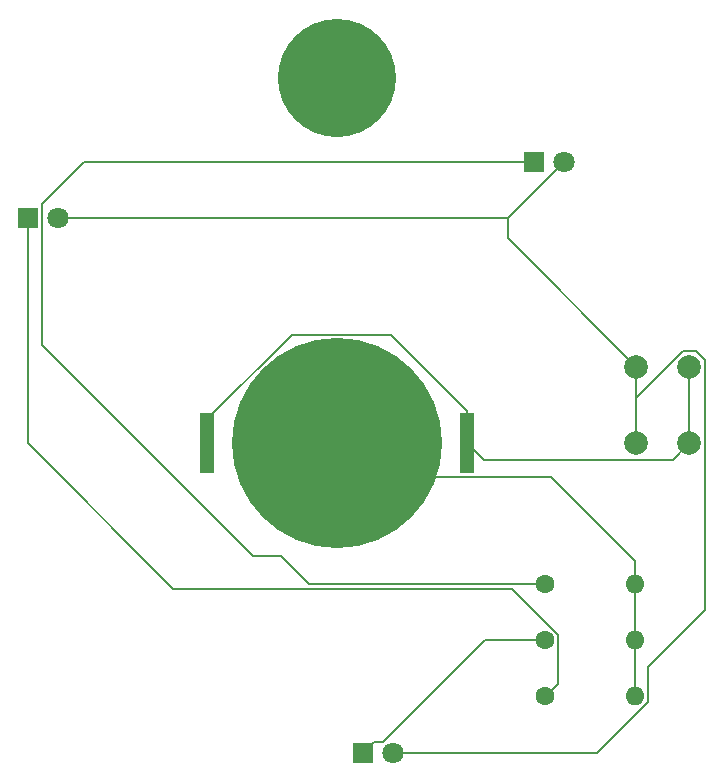
<source format=gbr>
%TF.GenerationSoftware,KiCad,Pcbnew,8.0.7*%
%TF.CreationDate,2025-05-01T23:39:49-04:00*%
%TF.ProjectId,Celeste Keychain,43656c65-7374-4652-904b-657963686169,rev?*%
%TF.SameCoordinates,Original*%
%TF.FileFunction,Copper,L2,Bot*%
%TF.FilePolarity,Positive*%
%FSLAX46Y46*%
G04 Gerber Fmt 4.6, Leading zero omitted, Abs format (unit mm)*
G04 Created by KiCad (PCBNEW 8.0.7) date 2025-05-01 23:39:49*
%MOMM*%
%LPD*%
G01*
G04 APERTURE LIST*
%TA.AperFunction,SMDPad,CuDef*%
%ADD10R,1.270000X5.080000*%
%TD*%
%TA.AperFunction,SMDPad,CuDef*%
%ADD11C,17.800000*%
%TD*%
%TA.AperFunction,ComponentPad*%
%ADD12C,2.000000*%
%TD*%
%TA.AperFunction,ComponentPad*%
%ADD13O,1.600000X1.600000*%
%TD*%
%TA.AperFunction,ComponentPad*%
%ADD14C,1.600000*%
%TD*%
%TA.AperFunction,ComponentPad*%
%ADD15R,1.800000X1.800000*%
%TD*%
%TA.AperFunction,ComponentPad*%
%ADD16C,1.800000*%
%TD*%
%TA.AperFunction,ViaPad*%
%ADD17C,10.000000*%
%TD*%
%TA.AperFunction,Conductor*%
%ADD18C,0.200000*%
%TD*%
G04 APERTURE END LIST*
D10*
%TO.P,BT1,1,+*%
%TO.N,Net-(BT1-+)*%
X134810000Y-69056250D03*
X112840000Y-69056250D03*
D11*
%TO.P,BT1,2,-*%
%TO.N,Net-(BT1--)*%
X123825000Y-69056250D03*
%TD*%
D12*
%TO.P,SW1,1,1*%
%TO.N,Net-(D1-A)*%
X149150000Y-69056250D03*
X149150000Y-62556250D03*
%TO.P,SW1,2,2*%
%TO.N,Net-(BT1-+)*%
X153650000Y-69056250D03*
X153650000Y-62556250D03*
%TD*%
D13*
%TO.P,R3,2*%
%TO.N,Net-(BT1--)*%
X149066250Y-90487500D03*
D14*
%TO.P,R3,1*%
%TO.N,Net-(D3-K)*%
X141446250Y-90487500D03*
%TD*%
D13*
%TO.P,R2,2*%
%TO.N,Net-(BT1--)*%
X149066250Y-80962500D03*
D14*
%TO.P,R2,1*%
%TO.N,Net-(D2-K)*%
X141446250Y-80962500D03*
%TD*%
D13*
%TO.P,R1,2*%
%TO.N,Net-(BT1--)*%
X149066250Y-85725000D03*
D14*
%TO.P,R1,1*%
%TO.N,Net-(D1-K)*%
X141446250Y-85725000D03*
%TD*%
D15*
%TO.P,D3,1,K*%
%TO.N,Net-(D3-K)*%
X97631250Y-50006250D03*
D16*
%TO.P,D3,2,A*%
%TO.N,Net-(D1-A)*%
X100171250Y-50006250D03*
%TD*%
%TO.P,D2,2,A*%
%TO.N,Net-(D1-A)*%
X143033750Y-45243750D03*
D15*
%TO.P,D2,1,K*%
%TO.N,Net-(D2-K)*%
X140493750Y-45243750D03*
%TD*%
%TO.P,D1,1,K*%
%TO.N,Net-(D1-K)*%
X126047500Y-95250000D03*
D16*
%TO.P,D1,2,A*%
%TO.N,Net-(D1-A)*%
X128587500Y-95250000D03*
%TD*%
D17*
%TO.N,*%
X123825000Y-38100000D03*
%TD*%
D18*
%TO.N,Net-(D3-K)*%
X97631250Y-50006250D02*
X97631250Y-69056250D01*
X109937500Y-81362500D02*
X97631250Y-69056250D01*
X142546250Y-85269365D02*
X138639385Y-81362500D01*
X138639385Y-81362500D02*
X109937500Y-81362500D01*
X142546250Y-89387500D02*
X142546250Y-85269365D01*
X141446250Y-90487500D02*
X142546250Y-89387500D01*
%TO.N,Net-(D1-A)*%
X145859385Y-95250000D02*
X128587500Y-95250000D01*
X150166250Y-90943135D02*
X145859385Y-95250000D01*
X150166250Y-87958750D02*
X150166250Y-90943135D01*
X154950000Y-62017772D02*
X154950000Y-83175000D01*
X154188478Y-61256250D02*
X154950000Y-62017772D01*
X153111522Y-61256250D02*
X154188478Y-61256250D01*
X154950000Y-83175000D02*
X150166250Y-87958750D01*
X149150000Y-65217772D02*
X153111522Y-61256250D01*
X149150000Y-69056250D02*
X149150000Y-65217772D01*
%TO.N,Net-(BT1--)*%
X149066250Y-79057500D02*
X141905000Y-71896250D01*
X149066250Y-80962500D02*
X149066250Y-79057500D01*
%TO.N,Net-(D1-K)*%
X136318384Y-85725000D02*
X141446250Y-85725000D01*
X126944557Y-94352943D02*
X127690441Y-94352943D01*
X126047500Y-95250000D02*
X126944557Y-94352943D01*
%TO.N,Net-(D2-K)*%
X121443750Y-80962500D02*
X141446250Y-80962500D01*
X119062500Y-78581250D02*
X121443750Y-80962500D01*
X116681250Y-78581250D02*
X119062500Y-78581250D01*
X98831250Y-60731250D02*
X116681250Y-78581250D01*
X98831250Y-48806250D02*
X98831250Y-60731250D01*
X102393750Y-45243750D02*
X98831250Y-48806250D01*
X140493750Y-45243750D02*
X102393750Y-45243750D01*
%TO.N,Net-(BT1--)*%
X126665000Y-71896250D02*
X123825000Y-69056250D01*
X141905000Y-71896250D02*
X126665000Y-71896250D01*
%TO.N,Net-(BT1-+)*%
X136210000Y-70456250D02*
X134810000Y-69056250D01*
X152250000Y-70456250D02*
X136210000Y-70456250D01*
X153650000Y-69056250D02*
X152250000Y-70456250D01*
%TO.N,Net-(BT1--)*%
X149066250Y-80962500D02*
X149066250Y-85725000D01*
X149066250Y-90487500D02*
X149066250Y-85725000D01*
%TO.N,Net-(D1-A)*%
X138271250Y-51677500D02*
X138271250Y-50006250D01*
X149150000Y-62556250D02*
X138271250Y-51677500D01*
X138271250Y-50006250D02*
X143033750Y-45243750D01*
X100171250Y-50006250D02*
X138271250Y-50006250D01*
X149150000Y-69056250D02*
X149150000Y-62556250D01*
%TO.N,Net-(BT1-+)*%
X112840000Y-67030485D02*
X112840000Y-69056250D01*
X120014235Y-59856250D02*
X112840000Y-67030485D01*
X128350000Y-59856250D02*
X120014235Y-59856250D01*
X134810000Y-66316250D02*
X128350000Y-59856250D01*
X134810000Y-69056250D02*
X134810000Y-66316250D01*
X153650000Y-69056250D02*
X153650000Y-62556250D01*
%TO.N,Net-(D1-K)*%
X126047500Y-95250000D02*
X126047500Y-94932500D01*
X127690441Y-94352943D02*
X136318384Y-85725000D01*
%TD*%
M02*

</source>
